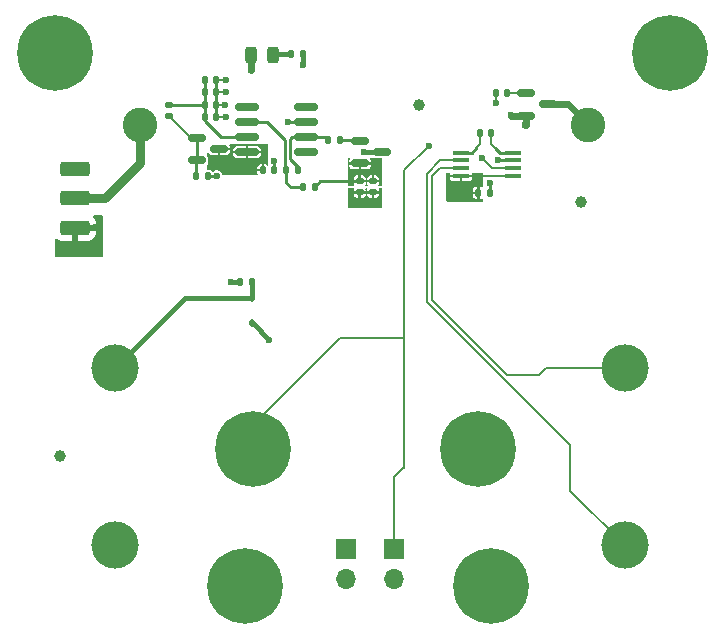
<source format=gbr>
%TF.GenerationSoftware,KiCad,Pcbnew,8.0.1*%
%TF.CreationDate,2024-04-22T08:31:39-07:00*%
%TF.ProjectId,milliohm_meter,6d696c6c-696f-4686-9d5f-6d657465722e,rev?*%
%TF.SameCoordinates,Original*%
%TF.FileFunction,Copper,L1,Top*%
%TF.FilePolarity,Positive*%
%FSLAX46Y46*%
G04 Gerber Fmt 4.6, Leading zero omitted, Abs format (unit mm)*
G04 Created by KiCad (PCBNEW 8.0.1) date 2024-04-22 08:31:39*
%MOMM*%
%LPD*%
G01*
G04 APERTURE LIST*
G04 Aperture macros list*
%AMRoundRect*
0 Rectangle with rounded corners*
0 $1 Rounding radius*
0 $2 $3 $4 $5 $6 $7 $8 $9 X,Y pos of 4 corners*
0 Add a 4 corners polygon primitive as box body*
4,1,4,$2,$3,$4,$5,$6,$7,$8,$9,$2,$3,0*
0 Add four circle primitives for the rounded corners*
1,1,$1+$1,$2,$3*
1,1,$1+$1,$4,$5*
1,1,$1+$1,$6,$7*
1,1,$1+$1,$8,$9*
0 Add four rect primitives between the rounded corners*
20,1,$1+$1,$2,$3,$4,$5,0*
20,1,$1+$1,$4,$5,$6,$7,0*
20,1,$1+$1,$6,$7,$8,$9,0*
20,1,$1+$1,$8,$9,$2,$3,0*%
G04 Aperture macros list end*
%TA.AperFunction,SMDPad,CuDef*%
%ADD10RoundRect,0.140000X-0.140000X-0.170000X0.140000X-0.170000X0.140000X0.170000X-0.140000X0.170000X0*%
%TD*%
%TA.AperFunction,SMDPad,CuDef*%
%ADD11RoundRect,0.243750X-0.243750X-0.456250X0.243750X-0.456250X0.243750X0.456250X-0.243750X0.456250X0*%
%TD*%
%TA.AperFunction,SMDPad,CuDef*%
%ADD12RoundRect,0.140000X0.140000X0.170000X-0.140000X0.170000X-0.140000X-0.170000X0.140000X-0.170000X0*%
%TD*%
%TA.AperFunction,ComponentPad*%
%ADD13C,6.400000*%
%TD*%
%TA.AperFunction,ComponentPad*%
%ADD14R,1.700000X1.700000*%
%TD*%
%TA.AperFunction,ComponentPad*%
%ADD15O,1.700000X1.700000*%
%TD*%
%TA.AperFunction,SMDPad,CuDef*%
%ADD16RoundRect,0.150000X-0.825000X-0.150000X0.825000X-0.150000X0.825000X0.150000X-0.825000X0.150000X0*%
%TD*%
%TA.AperFunction,ComponentPad*%
%ADD17C,4.000000*%
%TD*%
%TA.AperFunction,SMDPad,CuDef*%
%ADD18RoundRect,0.250000X-1.000000X0.375000X-1.000000X-0.375000X1.000000X-0.375000X1.000000X0.375000X0*%
%TD*%
%TA.AperFunction,SMDPad,CuDef*%
%ADD19C,1.000000*%
%TD*%
%TA.AperFunction,SMDPad,CuDef*%
%ADD20R,1.450000X0.450000*%
%TD*%
%TA.AperFunction,SMDPad,CuDef*%
%ADD21RoundRect,0.140000X-0.170000X0.140000X-0.170000X-0.140000X0.170000X-0.140000X0.170000X0.140000X0*%
%TD*%
%TA.AperFunction,SMDPad,CuDef*%
%ADD22RoundRect,0.135000X0.135000X0.185000X-0.135000X0.185000X-0.135000X-0.185000X0.135000X-0.185000X0*%
%TD*%
%TA.AperFunction,SMDPad,CuDef*%
%ADD23RoundRect,0.150000X-0.587500X-0.150000X0.587500X-0.150000X0.587500X0.150000X-0.587500X0.150000X0*%
%TD*%
%TA.AperFunction,SMDPad,CuDef*%
%ADD24RoundRect,0.112500X-0.112500X0.187500X-0.112500X-0.187500X0.112500X-0.187500X0.112500X0.187500X0*%
%TD*%
%TA.AperFunction,SMDPad,CuDef*%
%ADD25RoundRect,0.140000X0.170000X-0.140000X0.170000X0.140000X-0.170000X0.140000X-0.170000X-0.140000X0*%
%TD*%
%TA.AperFunction,ComponentPad*%
%ADD26C,2.940000*%
%TD*%
%TA.AperFunction,ViaPad*%
%ADD27C,0.600000*%
%TD*%
%TA.AperFunction,Conductor*%
%ADD28C,0.400000*%
%TD*%
%TA.AperFunction,Conductor*%
%ADD29C,0.600000*%
%TD*%
%TA.AperFunction,Conductor*%
%ADD30C,0.200000*%
%TD*%
%TA.AperFunction,Conductor*%
%ADD31C,0.254000*%
%TD*%
%TA.AperFunction,Conductor*%
%ADD32C,0.800000*%
%TD*%
G04 APERTURE END LIST*
D10*
%TO.P,R13,1*%
%TO.N,Net-(D2-A)*%
X131777800Y-57251600D03*
%TO.P,R13,2*%
%TO.N,VCC*%
X132737800Y-57251600D03*
%TD*%
D11*
%TO.P,D2,1,K*%
%TO.N,GND*%
X128325400Y-57277000D03*
%TO.P,D2,2,A*%
%TO.N,Net-(D2-A)*%
X130200400Y-57277000D03*
%TD*%
D10*
%TO.P,R4,1*%
%TO.N,Net-(R4-Pad1)*%
X147729000Y-63881000D03*
%TO.P,R4,2*%
%TO.N,Net-(R4-Pad2)*%
X148689000Y-63881000D03*
%TD*%
D12*
%TO.P,R6,1*%
%TO.N,GND*%
X125420000Y-61518800D03*
%TO.P,R6,2*%
%TO.N,Net-(U2-+)*%
X124460000Y-61518800D03*
%TD*%
D13*
%TO.P,J8,1,Pin_1*%
%TO.N,GND*%
X147574000Y-90678000D03*
%TD*%
D14*
%TO.P,J4,1,Pin_1*%
%TO.N,VCC*%
X136423000Y-99156200D03*
D15*
%TO.P,J4,2,Pin_2*%
%TO.N,GND*%
X136423000Y-101696200D03*
%TD*%
D16*
%TO.P,U2,1*%
%TO.N,N/C*%
X128016000Y-61722000D03*
%TO.P,U2,2,-*%
%TO.N,/VSENSE*%
X128016000Y-62992000D03*
%TO.P,U2,3,+*%
%TO.N,Net-(U2-+)*%
X128016000Y-64262000D03*
%TO.P,U2,4,V-*%
%TO.N,GND*%
X128016000Y-65532000D03*
%TO.P,U2,5*%
%TO.N,N/C*%
X132966000Y-65532000D03*
%TO.P,U2,6*%
%TO.N,Net-(C3-Pad1)*%
X132966000Y-64262000D03*
%TO.P,U2,7,V+*%
%TO.N,VCC*%
X132966000Y-62992000D03*
%TO.P,U2,8*%
%TO.N,N/C*%
X132966000Y-61722000D03*
%TD*%
D13*
%TO.P,H2,1,1*%
%TO.N,GND*%
X163830000Y-57150000D03*
%TD*%
D17*
%TO.P,J2,1,Pin_1*%
%TO.N,Net-(D1-K)*%
X116840000Y-83820000D03*
%TD*%
D12*
%TO.P,R7,1*%
%TO.N,VCC*%
X124686000Y-67564000D03*
%TO.P,R7,2*%
%TO.N,Net-(U1-K)*%
X123726000Y-67564000D03*
%TD*%
D18*
%TO.P,SW1,1,A*%
%TO.N,unconnected-(SW1-A-Pad1)*%
X113445200Y-66940000D03*
%TO.P,SW1,2,B*%
%TO.N,Net-(BAT1-+)*%
X113445200Y-69440000D03*
%TO.P,SW1,3,C*%
%TO.N,VCC*%
X113445200Y-71940000D03*
%TD*%
D12*
%TO.P,C1,1*%
%TO.N,VCC*%
X130302000Y-67056000D03*
%TO.P,C1,2*%
%TO.N,GND*%
X129342000Y-67056000D03*
%TD*%
%TO.P,C2,1*%
%TO.N,VCC*%
X148562000Y-68961000D03*
%TO.P,C2,2*%
%TO.N,GND*%
X147602000Y-68961000D03*
%TD*%
D19*
%TO.P,FID3,*%
%TO.N,*%
X112141000Y-91287600D03*
%TD*%
D20*
%TO.P,U3,1,Rg*%
%TO.N,Net-(R4-Pad1)*%
X146136000Y-65573000D03*
%TO.P,U3,2,-*%
%TO.N,/SENSE-*%
X146136000Y-66223000D03*
%TO.P,U3,3,+*%
%TO.N,/SENSE+*%
X146136000Y-66873000D03*
%TO.P,U3,4,V-*%
%TO.N,GND*%
X146136000Y-67523000D03*
%TO.P,U3,5,Ref*%
X150536000Y-67523000D03*
%TO.P,U3,6*%
%TO.N,/V_OUT*%
X150536000Y-66873000D03*
%TO.P,U3,7,V+*%
%TO.N,VCC*%
X150536000Y-66223000D03*
%TO.P,U3,8,Rg*%
%TO.N,Net-(R4-Pad2)*%
X150536000Y-65573000D03*
%TD*%
D14*
%TO.P,J3,1,Pin_1*%
%TO.N,/V_OUT*%
X140487000Y-99156200D03*
D15*
%TO.P,J3,2,Pin_2*%
%TO.N,GND*%
X140487000Y-101696200D03*
%TD*%
D13*
%TO.P,H4,1,1*%
%TO.N,GND*%
X148640800Y-102260400D03*
%TD*%
D21*
%TO.P,R1,1*%
%TO.N,Net-(Q1-S)*%
X137541000Y-67970400D03*
%TO.P,R1,2*%
%TO.N,GND*%
X137541000Y-68930400D03*
%TD*%
D22*
%TO.P,R3,1*%
%TO.N,/NMOS_GATE*%
X135890000Y-64516000D03*
%TO.P,R3,2*%
%TO.N,Net-(C3-Pad1)*%
X134870000Y-64516000D03*
%TD*%
%TO.P,R8,1*%
%TO.N,Net-(Q1-S)*%
X133733000Y-68453000D03*
%TO.P,R8,2*%
%TO.N,/VSENSE*%
X132713000Y-68453000D03*
%TD*%
D12*
%TO.P,R5,1*%
%TO.N,GND*%
X125420000Y-62585600D03*
%TO.P,R5,2*%
%TO.N,Net-(U2-+)*%
X124460000Y-62585600D03*
%TD*%
%TO.P,C3,1*%
%TO.N,Net-(C3-Pad1)*%
X132306000Y-67056000D03*
%TO.P,C3,2*%
%TO.N,/VSENSE*%
X131346000Y-67056000D03*
%TD*%
D23*
%TO.P,U1,1,REF*%
%TO.N,Net-(U1-K)*%
X123776500Y-64328000D03*
%TO.P,U1,2,K*%
X123776500Y-66228000D03*
%TO.P,U1,3,A*%
%TO.N,GND*%
X125651500Y-65278000D03*
%TD*%
%TO.P,Q1,1,G*%
%TO.N,/NMOS_GATE*%
X137571000Y-64582000D03*
%TO.P,Q1,2,S*%
%TO.N,Net-(Q1-S)*%
X137571000Y-66482000D03*
%TO.P,Q1,3,D*%
%TO.N,/FORCE-*%
X139446000Y-65532000D03*
%TD*%
D12*
%TO.P,R11,1*%
%TO.N,GND*%
X125420000Y-60452000D03*
%TO.P,R11,2*%
%TO.N,Net-(U2-+)*%
X124460000Y-60452000D03*
%TD*%
D19*
%TO.P,FID2,*%
%TO.N,*%
X142570200Y-61518800D03*
%TD*%
D12*
%TO.P,R12,1*%
%TO.N,GND*%
X125420000Y-59385200D03*
%TO.P,R12,2*%
%TO.N,Net-(U2-+)*%
X124460000Y-59385200D03*
%TD*%
D23*
%TO.P,Q2,1,G*%
%TO.N,Net-(Q2-G)*%
X151591800Y-60543400D03*
%TO.P,Q2,2,S*%
%TO.N,GND*%
X151591800Y-62443400D03*
%TO.P,Q2,3,D*%
%TO.N,Net-(BAT1--)*%
X153466800Y-61493400D03*
%TD*%
D17*
%TO.P,J6,1,Pin_1*%
%TO.N,/SENSE-*%
X160020000Y-98806000D03*
%TD*%
D24*
%TO.P,D1,1,K*%
%TO.N,Net-(D1-K)*%
X128447800Y-77918600D03*
%TO.P,D1,2,A*%
%TO.N,/FORCE-*%
X128447800Y-80018600D03*
%TD*%
D13*
%TO.P,J7,1,Pin_1*%
%TO.N,/V_OUT*%
X128524000Y-90678000D03*
%TD*%
D10*
%TO.P,R10,1*%
%TO.N,VCC*%
X127459800Y-76555600D03*
%TO.P,R10,2*%
%TO.N,Net-(D1-K)*%
X128419800Y-76555600D03*
%TD*%
D21*
%TO.P,R2,1*%
%TO.N,Net-(Q1-S)*%
X138684000Y-67973000D03*
%TO.P,R2,2*%
%TO.N,GND*%
X138684000Y-68933000D03*
%TD*%
D17*
%TO.P,J5,1,Pin_1*%
%TO.N,/SENSE+*%
X160020000Y-83820000D03*
%TD*%
D25*
%TO.P,R15,1*%
%TO.N,Net-(U1-K)*%
X121412000Y-62484000D03*
%TO.P,R15,2*%
%TO.N,Net-(U2-+)*%
X121412000Y-61524000D03*
%TD*%
D13*
%TO.P,H1,1,1*%
%TO.N,GND*%
X111760000Y-57150000D03*
%TD*%
D12*
%TO.P,R9,1*%
%TO.N,Net-(Q2-G)*%
X150035200Y-60528200D03*
%TO.P,R9,2*%
%TO.N,VCC*%
X149075200Y-60528200D03*
%TD*%
D19*
%TO.P,FID1,*%
%TO.N,*%
X156260800Y-69748400D03*
%TD*%
D17*
%TO.P,J1,1,Pin_1*%
%TO.N,/FORCE-*%
X116840000Y-98806000D03*
%TD*%
D13*
%TO.P,H3,1,1*%
%TO.N,GND*%
X127863600Y-102260400D03*
%TD*%
D26*
%TO.P,BAT1,1,-*%
%TO.N,Net-(BAT1--)*%
X156922000Y-63246000D03*
%TO.P,BAT1,2,+*%
%TO.N,Net-(BAT1-+)*%
X118952000Y-63246000D03*
%TD*%
D27*
%TO.N,VCC*%
X132765800Y-58140600D03*
%TO.N,GND*%
X128320800Y-58547000D03*
%TO.N,VCC*%
X131470400Y-62992000D03*
X125450600Y-67564000D03*
X149072600Y-61366400D03*
X149301200Y-66217800D03*
X148564600Y-68148200D03*
X115214400Y-71907400D03*
X126695200Y-76555600D03*
X113436400Y-73075800D03*
X130302000Y-66243200D03*
%TO.N,GND*%
X138684000Y-69723000D03*
X126184600Y-61518800D03*
X126235400Y-60426600D03*
X137541000Y-69723000D03*
X147523200Y-67919600D03*
X128016000Y-66344800D03*
X146812000Y-68961000D03*
X151587200Y-63246000D03*
X146126200Y-68275200D03*
X129489200Y-65532000D03*
X150368000Y-62407800D03*
X125628400Y-66090800D03*
X129336800Y-66243200D03*
X126210000Y-59410600D03*
X126210000Y-62585600D03*
%TO.N,/FORCE-*%
X137922000Y-65532000D03*
X129908300Y-81445100D03*
%TO.N,/V_OUT*%
X143383000Y-64973200D03*
X147929600Y-66040000D03*
%TD*%
D28*
%TO.N,VCC*%
X132737800Y-58112600D02*
X132765800Y-58140600D01*
X132737800Y-57251600D02*
X132737800Y-58112600D01*
%TO.N,Net-(D2-A)*%
X130225800Y-57251600D02*
X130200400Y-57277000D01*
X131777800Y-57251600D02*
X130225800Y-57251600D01*
D29*
%TO.N,GND*%
X128325400Y-58542400D02*
X128320800Y-58547000D01*
X128325400Y-57277000D02*
X128325400Y-58542400D01*
D30*
%TO.N,Net-(R4-Pad2)*%
X148689000Y-64869000D02*
X148689000Y-63881000D01*
X149034000Y-65214000D02*
X148689000Y-64869000D01*
%TO.N,Net-(R4-Pad1)*%
X147384000Y-65214000D02*
X147729000Y-64869000D01*
X147729000Y-64869000D02*
X147729000Y-63881000D01*
D31*
%TO.N,VCC*%
X130302000Y-67056000D02*
X130302000Y-66243200D01*
X124686000Y-67564000D02*
X125450600Y-67564000D01*
X149306400Y-66223000D02*
X149301200Y-66217800D01*
X150536000Y-66223000D02*
X149306400Y-66223000D01*
D30*
X149075200Y-60528200D02*
X149075200Y-61363800D01*
X149075200Y-61363800D02*
X149072600Y-61366400D01*
D28*
X127459800Y-76555600D02*
X126695200Y-76555600D01*
D31*
X148562000Y-68961000D02*
X148564600Y-68148200D01*
X132966000Y-62992000D02*
X131470400Y-62992000D01*
D30*
%TO.N,GND*%
X150536000Y-67523000D02*
X147564200Y-67523000D01*
D29*
X150403600Y-62443400D02*
X150368000Y-62407800D01*
D30*
X125420000Y-62585600D02*
X126210000Y-62585600D01*
X147564200Y-67523000D02*
X147421600Y-67665600D01*
D29*
X151591800Y-62443400D02*
X151591800Y-63241400D01*
X151591800Y-63241400D02*
X151587200Y-63246000D01*
X151591800Y-62443400D02*
X150403600Y-62443400D01*
D30*
X125420000Y-61518800D02*
X126184600Y-61518800D01*
X126210000Y-60452000D02*
X126235400Y-60426600D01*
X126184600Y-59385200D02*
X126210000Y-59410600D01*
X125420000Y-59385200D02*
X126184600Y-59385200D01*
X125420000Y-60452000D02*
X126210000Y-60452000D01*
D31*
X125420000Y-59385200D02*
X125420000Y-62585600D01*
%TO.N,/FORCE-*%
X139539000Y-65439000D02*
X139446000Y-65532000D01*
D28*
X128447800Y-80018600D02*
X128481800Y-80018600D01*
X128481800Y-80018600D02*
X129908300Y-81445100D01*
X139446000Y-65532000D02*
X137922000Y-65532000D01*
D30*
%TO.N,/SENSE+*%
X152704800Y-84404200D02*
X153289000Y-83820000D01*
X143663503Y-67518152D02*
X143663503Y-78023017D01*
X144308655Y-66873000D02*
X143663503Y-67518152D01*
X150044686Y-84404200D02*
X152704800Y-84404200D01*
X153289000Y-83820000D02*
X160020000Y-83820000D01*
X143663503Y-78023017D02*
X150044686Y-84404200D01*
X146136000Y-66873000D02*
X144308655Y-66873000D01*
%TO.N,/SENSE-*%
X155397200Y-90322400D02*
X143263503Y-78188703D01*
X143263503Y-67352466D02*
X144392969Y-66223000D01*
X143263503Y-78188703D02*
X143263503Y-67352466D01*
X144392969Y-66223000D02*
X146136000Y-66223000D01*
X146086000Y-66273000D02*
X146136000Y-66223000D01*
X160020000Y-98806000D02*
X155397200Y-94183200D01*
X155397200Y-94183200D02*
X155397200Y-90322400D01*
%TO.N,/V_OUT*%
X143383000Y-64973200D02*
X141325600Y-67030600D01*
X141325600Y-91948000D02*
X141325600Y-92202000D01*
X140487000Y-93040600D02*
X140487000Y-99156200D01*
X128524000Y-88671400D02*
X135915400Y-81280000D01*
X150536000Y-66873000D02*
X148762600Y-66873000D01*
X141325600Y-81280000D02*
X141325600Y-91948000D01*
X135915400Y-81280000D02*
X141325600Y-81280000D01*
X128524000Y-90678000D02*
X128524000Y-88671400D01*
X141325600Y-67030600D02*
X141325600Y-81280000D01*
X141325600Y-92202000D02*
X140487000Y-93040600D01*
X148762600Y-66873000D02*
X147929600Y-66040000D01*
X141325600Y-91948000D02*
X141325600Y-92303600D01*
D31*
%TO.N,/VSENSE*%
X131699000Y-68453000D02*
X132713000Y-68453000D01*
X131346000Y-68100000D02*
X131699000Y-68453000D01*
X131210000Y-64509600D02*
X129692400Y-62992000D01*
X131346000Y-67056000D02*
X131210000Y-66920000D01*
X131210000Y-66920000D02*
X131210000Y-64509600D01*
X131346000Y-67056000D02*
X131346000Y-68100000D01*
X129692400Y-62992000D02*
X128016000Y-62992000D01*
%TO.N,/NMOS_GATE*%
X135890000Y-64516000D02*
X137505000Y-64516000D01*
X137505000Y-64516000D02*
X137571000Y-64582000D01*
%TO.N,Net-(R4-Pad2)*%
X149393000Y-65573000D02*
X149034000Y-65214000D01*
X150536000Y-65573000D02*
X149393000Y-65573000D01*
%TO.N,Net-(R4-Pad1)*%
X147025000Y-65573000D02*
X147384000Y-65214000D01*
X146136000Y-65573000D02*
X147025000Y-65573000D01*
%TO.N,Net-(U1-K)*%
X123726000Y-67564000D02*
X123726000Y-66278500D01*
X123776500Y-66228000D02*
X123776500Y-64328000D01*
D30*
X123256000Y-64328000D02*
X123776500Y-64328000D01*
D31*
X123726000Y-66278500D02*
X123776500Y-66228000D01*
D30*
X121412000Y-62484000D02*
X123256000Y-64328000D01*
D31*
%TO.N,Net-(C3-Pad1)*%
X131664000Y-66104001D02*
X131664000Y-64424000D01*
X132966000Y-64262000D02*
X134616000Y-64262000D01*
X134616000Y-64262000D02*
X134870000Y-64516000D01*
X131664000Y-64424000D02*
X131826000Y-64262000D01*
X131664000Y-66104001D02*
X132306000Y-66746001D01*
X132966000Y-64262000D02*
X131826000Y-64262000D01*
X132306000Y-66746001D02*
X132306000Y-67056000D01*
%TO.N,Net-(Q1-S)*%
X136398000Y-67973000D02*
X135636000Y-67973000D01*
X135636000Y-67973000D02*
X135890000Y-67973000D01*
X135636000Y-67973000D02*
X134213000Y-67973000D01*
X135892600Y-67970400D02*
X137541000Y-67970400D01*
X135890000Y-67973000D02*
X135892600Y-67970400D01*
X134213000Y-67973000D02*
X133733000Y-68453000D01*
D29*
%TO.N,Net-(BAT1--)*%
X155169400Y-61493400D02*
X156084079Y-62408079D01*
X153466800Y-61493400D02*
X155169400Y-61493400D01*
D32*
%TO.N,Net-(BAT1-+)*%
X115980000Y-69440000D02*
X118952000Y-66468000D01*
X118952000Y-66468000D02*
X118952000Y-63246000D01*
X113445200Y-69440000D02*
X115980000Y-69440000D01*
D30*
%TO.N,Net-(Q2-G)*%
X151576600Y-60528200D02*
X151591800Y-60543400D01*
X150035200Y-60528200D02*
X151576600Y-60528200D01*
D28*
%TO.N,Net-(D1-K)*%
X128419800Y-76555600D02*
X128419800Y-77890600D01*
X128447800Y-77918600D02*
X122741400Y-77918600D01*
X122741400Y-77918600D02*
X116840000Y-83820000D01*
X128354800Y-77825600D02*
X128447800Y-77918600D01*
X128419800Y-77890600D02*
X128447800Y-77918600D01*
D31*
%TO.N,Net-(U2-+)*%
X124460000Y-59385200D02*
X124460000Y-62585600D01*
X121412000Y-61524000D02*
X124454800Y-61524000D01*
X125826401Y-64262000D02*
X128016000Y-64262000D01*
X124460000Y-62585600D02*
X124460000Y-62895599D01*
X124460000Y-62895599D02*
X125826401Y-64262000D01*
X124454800Y-61524000D02*
X124460000Y-61518800D01*
X127950000Y-64328000D02*
X128016000Y-64262000D01*
%TD*%
%TA.AperFunction,Conductor*%
%TO.N,GND*%
G36*
X129805048Y-64860552D02*
G01*
X129819400Y-64895200D01*
X129819400Y-66084962D01*
X129817414Y-66098770D01*
X129816833Y-66100745D01*
X129796353Y-66243197D01*
X129796353Y-66243201D01*
X129816834Y-66385652D01*
X129817415Y-66387629D01*
X129819400Y-66401436D01*
X129819400Y-66624271D01*
X129805048Y-66658919D01*
X129770400Y-66673271D01*
X129735752Y-66658919D01*
X129680026Y-66603193D01*
X129680024Y-66603192D01*
X129571357Y-66552519D01*
X129521836Y-66546000D01*
X129442000Y-66546000D01*
X129442000Y-67107000D01*
X129427648Y-67141648D01*
X129393000Y-67156000D01*
X128862000Y-67156000D01*
X128862000Y-67265836D01*
X128861999Y-67265836D01*
X128868519Y-67315356D01*
X128904582Y-67392691D01*
X128906218Y-67430159D01*
X128880882Y-67457809D01*
X128860173Y-67462400D01*
X125984098Y-67462400D01*
X125949450Y-67448048D01*
X125937725Y-67424620D01*
X125936753Y-67424906D01*
X125935766Y-67421545D01*
X125931351Y-67411879D01*
X125875977Y-67290627D01*
X125781728Y-67181857D01*
X125660653Y-67104047D01*
X125660650Y-67104046D01*
X125522565Y-67063500D01*
X125522561Y-67063500D01*
X125378639Y-67063500D01*
X125378634Y-67063500D01*
X125240548Y-67104046D01*
X125138033Y-67169928D01*
X125101126Y-67176586D01*
X125076895Y-67163355D01*
X125024316Y-67110776D01*
X125024315Y-67110775D01*
X124915489Y-67060029D01*
X124915488Y-67060028D01*
X124905569Y-67058722D01*
X124865901Y-67053500D01*
X124865897Y-67053500D01*
X124712200Y-67053500D01*
X124677552Y-67039148D01*
X124663200Y-67004500D01*
X124663200Y-66956000D01*
X128862000Y-66956000D01*
X129242000Y-66956000D01*
X129242000Y-66546000D01*
X129162164Y-66546000D01*
X129112642Y-66552519D01*
X129003975Y-66603192D01*
X129003973Y-66603193D01*
X128919193Y-66687973D01*
X128919192Y-66687975D01*
X128868519Y-66796642D01*
X128862000Y-66846163D01*
X128862000Y-66956000D01*
X124663200Y-66956000D01*
X124663200Y-66575359D01*
X124668179Y-66553839D01*
X124686397Y-66516573D01*
X124704573Y-66479393D01*
X124714500Y-66411260D01*
X124714500Y-66044740D01*
X124712643Y-66031998D01*
X124711199Y-66022087D01*
X124704573Y-65976607D01*
X124668179Y-65902161D01*
X124663200Y-65880640D01*
X124663200Y-65616859D01*
X124677552Y-65582211D01*
X124712200Y-65567859D01*
X124746848Y-65582211D01*
X124756221Y-65595338D01*
X124775213Y-65634186D01*
X124775215Y-65634190D01*
X124857809Y-65716784D01*
X124857813Y-65716786D01*
X124962751Y-65768087D01*
X125030779Y-65777999D01*
X125551499Y-65777999D01*
X125551500Y-65777998D01*
X125551500Y-65378000D01*
X125751500Y-65378000D01*
X125751500Y-65777999D01*
X126272221Y-65777999D01*
X126340248Y-65768088D01*
X126340249Y-65768088D01*
X126445186Y-65716787D01*
X126445190Y-65716784D01*
X126527784Y-65634190D01*
X126527786Y-65634186D01*
X126528855Y-65632000D01*
X126841001Y-65632000D01*
X126841001Y-65715221D01*
X126850911Y-65783248D01*
X126850911Y-65783249D01*
X126902212Y-65888186D01*
X126902215Y-65888190D01*
X126984809Y-65970784D01*
X126984813Y-65970786D01*
X127089751Y-66022087D01*
X127157779Y-66031999D01*
X127915999Y-66031999D01*
X127916000Y-66031998D01*
X127916000Y-65632000D01*
X128116000Y-65632000D01*
X128116000Y-66031999D01*
X128874221Y-66031999D01*
X128942248Y-66022088D01*
X128942249Y-66022088D01*
X129047186Y-65970787D01*
X129047190Y-65970784D01*
X129129784Y-65888190D01*
X129129786Y-65888186D01*
X129181087Y-65783249D01*
X129181087Y-65783248D01*
X129191000Y-65715220D01*
X129191000Y-65632000D01*
X128116000Y-65632000D01*
X127916000Y-65632000D01*
X126841001Y-65632000D01*
X126528855Y-65632000D01*
X126579087Y-65529249D01*
X126579087Y-65529248D01*
X126589000Y-65461220D01*
X126589000Y-65432000D01*
X126841000Y-65432000D01*
X127916000Y-65432000D01*
X127916000Y-65032000D01*
X128116000Y-65032000D01*
X128116000Y-65432000D01*
X129190999Y-65432000D01*
X129190999Y-65348778D01*
X129181088Y-65280751D01*
X129181088Y-65280750D01*
X129129787Y-65175813D01*
X129129784Y-65175809D01*
X129047190Y-65093215D01*
X129047186Y-65093213D01*
X128942248Y-65041912D01*
X128874221Y-65032000D01*
X128116000Y-65032000D01*
X127916000Y-65032000D01*
X127157778Y-65032000D01*
X127089751Y-65041911D01*
X127089750Y-65041911D01*
X126984813Y-65093212D01*
X126984809Y-65093215D01*
X126902215Y-65175809D01*
X126902213Y-65175813D01*
X126850912Y-65280750D01*
X126850912Y-65280751D01*
X126841000Y-65348779D01*
X126841000Y-65432000D01*
X126589000Y-65432000D01*
X126589000Y-65378000D01*
X125751500Y-65378000D01*
X125551500Y-65378000D01*
X125551500Y-65227000D01*
X125565852Y-65192352D01*
X125600500Y-65178000D01*
X126588999Y-65178000D01*
X126588999Y-65094778D01*
X126579088Y-65026751D01*
X126579088Y-65026750D01*
X126526003Y-64918164D01*
X126527652Y-64917357D01*
X126520663Y-64887129D01*
X126540526Y-64855318D01*
X126568994Y-64846200D01*
X129770400Y-64846200D01*
X129805048Y-64860552D01*
G37*
%TD.AperFunction*%
%TD*%
%TA.AperFunction,Conductor*%
%TO.N,GND*%
G36*
X145170191Y-67303507D02*
G01*
X145206155Y-67353007D01*
X145211000Y-67383600D01*
X145211000Y-67422999D01*
X145211001Y-67423000D01*
X147060999Y-67423000D01*
X147061000Y-67422999D01*
X147061000Y-67383600D01*
X147079907Y-67325409D01*
X147129407Y-67289445D01*
X147160000Y-67284600D01*
X147906800Y-67284600D01*
X147964991Y-67303507D01*
X148000955Y-67353007D01*
X148005800Y-67383600D01*
X148005800Y-68383465D01*
X147986893Y-68441656D01*
X147937393Y-68477620D01*
X147876207Y-68477620D01*
X147864961Y-68473189D01*
X147831361Y-68457521D01*
X147831354Y-68457519D01*
X147781839Y-68451000D01*
X147702001Y-68451000D01*
X147702000Y-68451001D01*
X147702000Y-69470999D01*
X147702001Y-69471000D01*
X147781838Y-69471000D01*
X147831354Y-69464480D01*
X147864959Y-69448810D01*
X147925688Y-69441353D01*
X147979203Y-69471015D01*
X148005062Y-69526467D01*
X148005800Y-69538534D01*
X148005800Y-69624000D01*
X147986893Y-69682191D01*
X147937393Y-69718155D01*
X147906800Y-69723000D01*
X144980600Y-69723000D01*
X144922409Y-69704093D01*
X144886445Y-69654593D01*
X144881600Y-69624000D01*
X144881600Y-69170838D01*
X147122000Y-69170838D01*
X147128519Y-69220354D01*
X147128521Y-69220361D01*
X147179190Y-69329021D01*
X147263978Y-69413809D01*
X147372638Y-69464478D01*
X147372645Y-69464480D01*
X147422161Y-69471000D01*
X147501999Y-69471000D01*
X147502000Y-69470999D01*
X147502000Y-69061001D01*
X147501999Y-69061000D01*
X147122001Y-69061000D01*
X147122000Y-69061001D01*
X147122000Y-69170838D01*
X144881600Y-69170838D01*
X144881600Y-68860999D01*
X147122000Y-68860999D01*
X147122001Y-68861000D01*
X147501999Y-68861000D01*
X147502000Y-68860999D01*
X147502000Y-68451001D01*
X147501999Y-68451000D01*
X147422161Y-68451000D01*
X147372645Y-68457519D01*
X147372638Y-68457521D01*
X147263978Y-68508190D01*
X147179190Y-68592978D01*
X147128521Y-68701638D01*
X147128519Y-68701645D01*
X147122000Y-68751161D01*
X147122000Y-68860999D01*
X144881600Y-68860999D01*
X144881600Y-67767700D01*
X145211000Y-67767700D01*
X145222603Y-67826036D01*
X145266806Y-67892189D01*
X145266810Y-67892193D01*
X145332963Y-67936396D01*
X145391299Y-67947999D01*
X145391303Y-67948000D01*
X146035999Y-67948000D01*
X146036000Y-67947999D01*
X146236000Y-67947999D01*
X146236001Y-67948000D01*
X146880697Y-67948000D01*
X146880700Y-67947999D01*
X146939036Y-67936396D01*
X147005189Y-67892193D01*
X147005193Y-67892189D01*
X147049396Y-67826036D01*
X147060999Y-67767700D01*
X147061000Y-67767697D01*
X147061000Y-67623001D01*
X147060999Y-67623000D01*
X146236001Y-67623000D01*
X146236000Y-67623001D01*
X146236000Y-67947999D01*
X146036000Y-67947999D01*
X146036000Y-67623001D01*
X146035999Y-67623000D01*
X145211001Y-67623000D01*
X145211000Y-67623001D01*
X145211000Y-67767700D01*
X144881600Y-67767700D01*
X144881600Y-67383600D01*
X144900507Y-67325409D01*
X144950007Y-67289445D01*
X144980600Y-67284600D01*
X145112000Y-67284600D01*
X145170191Y-67303507D01*
G37*
%TD.AperFunction*%
%TD*%
%TA.AperFunction,Conductor*%
%TO.N,GND*%
G36*
X137051696Y-68594352D02*
G01*
X137066048Y-68629000D01*
X137061457Y-68649708D01*
X137037519Y-68701042D01*
X137031000Y-68750563D01*
X137031000Y-68830400D01*
X138051000Y-68830400D01*
X138051000Y-68750563D01*
X138044480Y-68701042D01*
X138020543Y-68649708D01*
X138018907Y-68612241D01*
X138044244Y-68584591D01*
X138064952Y-68580000D01*
X138161261Y-68580000D01*
X138195909Y-68594352D01*
X138210261Y-68629000D01*
X138205670Y-68649708D01*
X138180519Y-68703642D01*
X138174000Y-68753163D01*
X138174000Y-68833000D01*
X139194000Y-68833000D01*
X139194000Y-68753163D01*
X139187480Y-68703642D01*
X139162330Y-68649708D01*
X139160694Y-68612241D01*
X139186031Y-68584591D01*
X139206739Y-68580000D01*
X139397000Y-68580000D01*
X139431648Y-68594352D01*
X139446000Y-68629000D01*
X139446000Y-70182000D01*
X139431648Y-70216648D01*
X139397000Y-70231000D01*
X136574000Y-70231000D01*
X136539352Y-70216648D01*
X136525000Y-70182000D01*
X136525000Y-69110236D01*
X137030999Y-69110236D01*
X137037519Y-69159757D01*
X137088192Y-69268424D01*
X137088193Y-69268426D01*
X137172973Y-69353206D01*
X137172975Y-69353207D01*
X137281642Y-69403880D01*
X137331163Y-69410400D01*
X137441000Y-69410400D01*
X137441000Y-69030400D01*
X137641000Y-69030400D01*
X137641000Y-69410400D01*
X137750836Y-69410400D01*
X137800357Y-69403880D01*
X137909024Y-69353207D01*
X137909026Y-69353206D01*
X137993806Y-69268426D01*
X137993807Y-69268424D01*
X138044480Y-69159757D01*
X138050658Y-69112836D01*
X138173999Y-69112836D01*
X138180519Y-69162357D01*
X138231192Y-69271024D01*
X138231193Y-69271026D01*
X138315973Y-69355806D01*
X138315975Y-69355807D01*
X138424642Y-69406480D01*
X138474163Y-69413000D01*
X138584000Y-69413000D01*
X138584000Y-69033000D01*
X138784000Y-69033000D01*
X138784000Y-69413000D01*
X138893836Y-69413000D01*
X138943357Y-69406480D01*
X139052024Y-69355807D01*
X139052026Y-69355806D01*
X139136806Y-69271026D01*
X139136807Y-69271024D01*
X139187480Y-69162357D01*
X139194000Y-69112836D01*
X139194000Y-69033000D01*
X138784000Y-69033000D01*
X138584000Y-69033000D01*
X138174000Y-69033000D01*
X138174000Y-69112836D01*
X138173999Y-69112836D01*
X138050658Y-69112836D01*
X138051000Y-69110236D01*
X138051000Y-69030400D01*
X137641000Y-69030400D01*
X137441000Y-69030400D01*
X137031000Y-69030400D01*
X137031000Y-69110236D01*
X137030999Y-69110236D01*
X136525000Y-69110236D01*
X136525000Y-68629000D01*
X136539352Y-68594352D01*
X136574000Y-68580000D01*
X137017048Y-68580000D01*
X137051696Y-68594352D01*
G37*
%TD.AperFunction*%
%TD*%
%TA.AperFunction,Conductor*%
%TO.N,Net-(Q1-S)*%
G36*
X136696877Y-66054352D02*
G01*
X136711229Y-66089000D01*
X136696877Y-66123648D01*
X136694715Y-66125809D01*
X136694713Y-66125813D01*
X136643412Y-66230750D01*
X136643412Y-66230751D01*
X136633500Y-66298779D01*
X136633500Y-66382000D01*
X138508499Y-66382000D01*
X138508499Y-66298778D01*
X138498588Y-66230751D01*
X138498588Y-66230750D01*
X138447287Y-66125813D01*
X138447284Y-66125809D01*
X138445123Y-66123648D01*
X138430771Y-66089000D01*
X138445123Y-66054352D01*
X138479771Y-66040000D01*
X139397000Y-66040000D01*
X139431648Y-66054352D01*
X139446000Y-66089000D01*
X139446000Y-68325500D01*
X139431648Y-68360148D01*
X139397000Y-68374500D01*
X139206739Y-68374500D01*
X139188382Y-68376510D01*
X139152377Y-68366014D01*
X139134340Y-68333134D01*
X139138640Y-68307092D01*
X139187480Y-68202356D01*
X139194000Y-68152836D01*
X139194000Y-68073000D01*
X138174000Y-68073000D01*
X138174000Y-68152836D01*
X138173999Y-68152836D01*
X138180519Y-68202357D01*
X138230104Y-68308692D01*
X138231740Y-68346159D01*
X138206403Y-68373809D01*
X138176137Y-68377459D01*
X138161261Y-68374500D01*
X138064952Y-68374500D01*
X138044039Y-68376790D01*
X138008035Y-68366294D01*
X137989997Y-68333414D01*
X137994297Y-68307372D01*
X138044480Y-68199756D01*
X138051000Y-68150236D01*
X138051000Y-68070400D01*
X137031000Y-68070400D01*
X137031000Y-68150236D01*
X137030999Y-68150236D01*
X137037519Y-68199757D01*
X137088565Y-68309224D01*
X137090201Y-68346691D01*
X137064864Y-68374341D01*
X137034597Y-68377990D01*
X137017048Y-68374500D01*
X136574000Y-68374500D01*
X136539352Y-68360148D01*
X136525000Y-68325500D01*
X136525000Y-67873000D01*
X138174000Y-67873000D01*
X138584000Y-67873000D01*
X138584000Y-67493000D01*
X138784000Y-67493000D01*
X138784000Y-67873000D01*
X139194000Y-67873000D01*
X139194000Y-67793163D01*
X139187480Y-67743642D01*
X139136807Y-67634975D01*
X139136806Y-67634973D01*
X139052026Y-67550193D01*
X139052024Y-67550192D01*
X138943357Y-67499519D01*
X138893836Y-67493000D01*
X138784000Y-67493000D01*
X138584000Y-67493000D01*
X138474164Y-67493000D01*
X138424642Y-67499519D01*
X138315975Y-67550192D01*
X138315973Y-67550193D01*
X138231193Y-67634973D01*
X138231192Y-67634975D01*
X138180519Y-67743642D01*
X138174000Y-67793163D01*
X138174000Y-67873000D01*
X136525000Y-67873000D01*
X136525000Y-67870400D01*
X137031000Y-67870400D01*
X137441000Y-67870400D01*
X137441000Y-67490400D01*
X137641000Y-67490400D01*
X137641000Y-67870400D01*
X138051000Y-67870400D01*
X138051000Y-67790563D01*
X138044480Y-67741042D01*
X137993807Y-67632375D01*
X137993806Y-67632373D01*
X137909026Y-67547593D01*
X137909024Y-67547592D01*
X137800357Y-67496919D01*
X137750836Y-67490400D01*
X137641000Y-67490400D01*
X137441000Y-67490400D01*
X137331164Y-67490400D01*
X137281642Y-67496919D01*
X137172975Y-67547592D01*
X137172973Y-67547593D01*
X137088193Y-67632373D01*
X137088192Y-67632375D01*
X137037519Y-67741042D01*
X137031000Y-67790563D01*
X137031000Y-67870400D01*
X136525000Y-67870400D01*
X136525000Y-66582000D01*
X136633501Y-66582000D01*
X136633501Y-66665221D01*
X136643411Y-66733248D01*
X136643411Y-66733249D01*
X136694712Y-66838186D01*
X136694715Y-66838190D01*
X136777309Y-66920784D01*
X136777313Y-66920786D01*
X136882251Y-66972087D01*
X136950279Y-66981999D01*
X137470999Y-66981999D01*
X137471000Y-66981998D01*
X137471000Y-66582000D01*
X137671000Y-66582000D01*
X137671000Y-66981999D01*
X138191721Y-66981999D01*
X138259748Y-66972088D01*
X138259749Y-66972088D01*
X138364686Y-66920787D01*
X138364690Y-66920784D01*
X138447284Y-66838190D01*
X138447286Y-66838186D01*
X138498587Y-66733249D01*
X138498587Y-66733248D01*
X138508500Y-66665220D01*
X138508500Y-66582000D01*
X137671000Y-66582000D01*
X137471000Y-66582000D01*
X136633501Y-66582000D01*
X136525000Y-66582000D01*
X136525000Y-66089000D01*
X136539352Y-66054352D01*
X136574000Y-66040000D01*
X136662229Y-66040000D01*
X136696877Y-66054352D01*
G37*
%TD.AperFunction*%
%TD*%
%TA.AperFunction,Conductor*%
%TO.N,VCC*%
G36*
X115767039Y-70885685D02*
G01*
X115812794Y-70938489D01*
X115824000Y-70990000D01*
X115824000Y-74298000D01*
X115804315Y-74365039D01*
X115751511Y-74410794D01*
X115700000Y-74422000D01*
X111884000Y-74422000D01*
X111816961Y-74402315D01*
X111771206Y-74349511D01*
X111760000Y-74298000D01*
X111760000Y-72989823D01*
X111779685Y-72922784D01*
X111832489Y-72877029D01*
X111901647Y-72867085D01*
X111965203Y-72896110D01*
X111971681Y-72902142D01*
X111976854Y-72907315D01*
X112126075Y-72999356D01*
X112126080Y-72999358D01*
X112292502Y-73054505D01*
X112292509Y-73054506D01*
X112395219Y-73064999D01*
X113195199Y-73064999D01*
X113195200Y-73064998D01*
X113195200Y-72190000D01*
X113695200Y-72190000D01*
X113695200Y-73064999D01*
X114495172Y-73064999D01*
X114495186Y-73064998D01*
X114597897Y-73054505D01*
X114764319Y-72999358D01*
X114764324Y-72999356D01*
X114913545Y-72907315D01*
X115037515Y-72783345D01*
X115129556Y-72634124D01*
X115129558Y-72634119D01*
X115184705Y-72467697D01*
X115184706Y-72467690D01*
X115195199Y-72364986D01*
X115195200Y-72364973D01*
X115195200Y-72190000D01*
X113695200Y-72190000D01*
X113195200Y-72190000D01*
X113195200Y-71814000D01*
X113214885Y-71746961D01*
X113267689Y-71701206D01*
X113319200Y-71690000D01*
X115195199Y-71690000D01*
X115195199Y-71515028D01*
X115195198Y-71515013D01*
X115184705Y-71412302D01*
X115129558Y-71245880D01*
X115129556Y-71245875D01*
X115037515Y-71096654D01*
X115018542Y-71077681D01*
X114985057Y-71016358D01*
X114990041Y-70946666D01*
X115031913Y-70890733D01*
X115097377Y-70866316D01*
X115106223Y-70866000D01*
X115700000Y-70866000D01*
X115767039Y-70885685D01*
G37*
%TD.AperFunction*%
%TD*%
M02*

</source>
